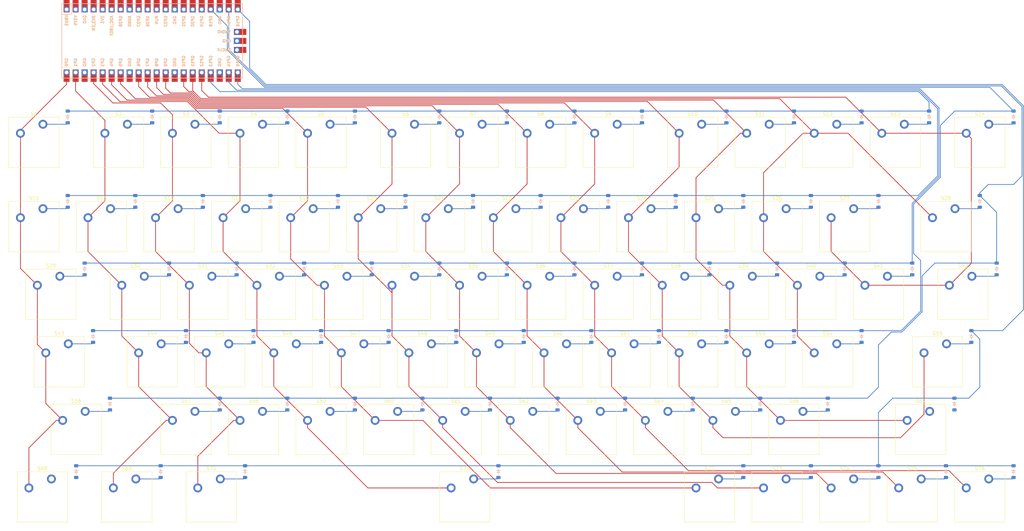
<source format=kicad_pcb>
(kicad_pcb (version 20240108) (generator "pcbnew") (generator_version "8.0")
  (layers (0 "F.Cu" signal) (31 "B.Cu" signal) (34 "B.Paste" user) (35 "F.Paste" user) (36 "B.SilkS" user "B.Silkscreen") (37 "F.SilkS" user "F.Silkscreen") (38 "B.Mask" user) (39 "F.Mask" user) (44 "Edge.Cuts" user))
  (net 0 "")
  (net 1 "R0")
  (net 2 "Net-(D1-A)")
  (net 3 "Net-(D2-A)")
  (net 4 "Net-(D3-A)")
  (net 5 "Net-(D4-A)")
  (net 6 "Net-(D5-A)")
  (net 7 "Net-(D6-A)")
  (net 8 "Net-(D7-A)")
  (net 9 "Net-(D8-A)")
  (net 10 "Net-(D9-A)")
  (net 11 "Net-(D10-A)")
  (net 12 "Net-(D11-A)")
  (net 13 "Net-(D12-A)")
  (net 14 "Net-(D13-A)")
  (net 15 "Net-(D14-A)")
  (net 16 "R3")
  (net 17 "Net-(D15-A)")
  (net 18 "R1")
  (net 19 "Net-(D16-A)")
  (net 20 "Net-(D17-A)")
  (net 21 "Net-(D18-A)")
  (net 22 "Net-(D19-A)")
  (net 23 "Net-(D20-A)")
  (net 24 "Net-(D21-A)")
  (net 25 "Net-(D22-A)")
  (net 26 "Net-(D23-A)")
  (net 27 "Net-(D24-A)")
  (net 28 "Net-(D25-A)")
  (net 29 "Net-(D26-A)")
  (net 30 "Net-(D27-A)")
  (net 31 "R4")
  (net 32 "Net-(D28-A)")
  (net 33 "R2")
  (net 34 "Net-(D29-A)")
  (net 35 "Net-(D30-A)")
  (net 36 "Net-(D31-A)")
  (net 37 "Net-(D32-A)")
  (net 38 "Net-(D33-A)")
  (net 39 "Net-(D34-A)")
  (net 40 "Net-(D35-A)")
  (net 41 "Net-(D36-A)")
  (net 42 "Net-(D37-A)")
  (net 43 "Net-(D38-A)")
  (net 44 "Net-(D39-A)")
  (net 45 "Net-(D40-A)")
  (net 46 "Net-(D41-A)")
  (net 47 "Net-(D42-A)")
  (net 48 "Net-(D43-A)")
  (net 49 "Net-(D44-A)")
  (net 50 "Net-(D45-A)")
  (net 51 "Net-(D46-A)")
  (net 52 "Net-(D47-A)")
  (net 53 "Net-(D48-A)")
  (net 54 "Net-(D49-A)")
  (net 55 "Net-(D50-A)")
  (net 56 "Net-(D51-A)")
  (net 57 "Net-(D52-A)")
  (net 58 "Net-(D53-A)")
  (net 59 "Net-(D54-A)")
  (net 60 "Net-(D55-A)")
  (net 61 "R5")
  (net 62 "Net-(D56-A)")
  (net 63 "Net-(D57-A)")
  (net 64 "Net-(D58-A)")
  (net 65 "Net-(D59-A)")
  (net 66 "Net-(D60-A)")
  (net 67 "Net-(D61-A)")
  (net 68 "Net-(D62-A)")
  (net 69 "Net-(D63-A)")
  (net 70 "Net-(D64-A)")
  (net 71 "Net-(D65-A)")
  (net 72 "Net-(D66-A)")
  (net 73 "Net-(D67-A)")
  (net 74 "Net-(D68-A)")
  (net 75 "Net-(D69-A)")
  (net 76 "Net-(D70-A)")
  (net 77 "Net-(D71-A)")
  (net 78 "Net-(D72-A)")
  (net 79 "Net-(D73-A)")
  (net 80 "Net-(D74-A)")
  (net 81 "Net-(D75-A)")
  (net 82 "Net-(D76-A)")
  (net 83 "C0")
  (net 84 "C1")
  (net 85 "C2")
  (net 86 "C3")
  (net 87 "C4")
  (net 88 "C5")
  (net 89 "C6")
  (net 90 "C7")
  (net 91 "C8")
  (net 92 "C9")
  (net 93 "C10")
  (net 94 "C11")
  (net 95 "C12")
  (footprint "ScottoKeebs_MX:MX_PCB_1.00u" (layer "F.Cu") (at 242.8875 180.975)
    (property "Reference" "S64")
    (property "Value" "Comma")
  )
  (footprint "ScottoKeebs_MX:MX_PCB_1.00u" (layer "F.Cu") (at 190.5 142.875)
    (property "Reference" "S35")
    (property "Value" "Y")
  )
  (footprint "ScottoKeebs_MX:MX_PCB_1.00u" (layer "F.Cu") (at 104.775 123.825)
    (property "Reference" "S17")
    (property "Value" "Num_2")
  )
  (footprint "ScottoKeebs_MX:MX_PCB_1.75u" (layer "F.Cu") (at 73.81875 161.925)
    (property "Reference" "S43")
    (property "Value" "Caps")
  )
  (footprint "ScottoKeebs_MX:MX_PCB_1.00u" (layer "F.Cu") (at 85.725 123.825)
    (property "Reference" "S16")
    (property "Value" "Num_1")
  )
  (footprint "ScottoKeebs_MX:MX_PCB_1.00u" (layer "F.Cu") (at 290.5125 161.925)
    (property "Reference" "S54")
    (property "Value" "Quote")
  )
  (footprint "ScottoKeebs_MX:MX_PCB_1.00u" (layer "F.Cu") (at 200.025 123.825)
    (property "Reference" "S22")
    (property "Value" "Num_7")
  )
  (footprint "ScottoKeebs_MX:MX_PCB_1.00u" (layer "F.Cu") (at 171.45 100.0125)
    (property "Reference" "S6")
    (property "Value" "F5")
  )
  (footprint "ScottoKeebs_MX:MX_PCB_1.00u" (layer "F.Cu") (at 119.0625 161.925)
    (property "Reference" "S45")
    (property "Value" "S")
  )
  (footprint "ScottoKeebs_MX:MX_PCB_1.00u" (layer "F.Cu") (at 209.55 100.0125)
    (property "Reference" "S8")
    (property "Value" "F7")
  )
  (footprint "ScottoKeebs_MX:MX_PCB_1.00u" (layer "F.Cu") (at 285.75 142.875)
    (property "Reference" "S40")
    (property "Value" "[")
  )
  (footprint "ScottoKeebs_MX:MX_PCB_1.00u" (layer "F.Cu") (at 195.2625 161.925)
    (property "Reference" "S49")
    (property "Value" "H")
  )
  (footprint "ScottoKeebs_MX:MX_PCB_1.00u" (layer "F.Cu") (at 295.275 123.825)
    (property "Reference" "S27")
    (property "Value" "Add")
  )
  (footprint "ScottoKeebs_MX:MX_PCB_1.00u" (layer "F.Cu") (at 90.4875 100.0125)
    (property "Reference" "S2")
    (property "Value" "F1")
  )
  (footprint "ScottoKeebs_MX:MX_PCB_1.00u" (layer "F.Cu") (at 66.675 123.825)
    (property "Reference" "S15")
    (property "Value" "Backtick")
  )
  (footprint "ScottoKeebs_MX:MX_PCB_1.25u" (layer "F.Cu") (at 116.68125 200.025)
    (property "Reference" "S70")
    (property "Value" "Alt")
  )
  (footprint "ScottoKeebs_MX:MX_PCB_1.00u" (layer "F.Cu") (at 295.275 200.025)
    (property "Reference" "S74")
    (property "Value" "Custom_2")
  )
  (footprint "ScottoKeebs_MX:MX_PCB_1.00u" (layer "F.Cu") (at 142.875 123.825)
    (property "Reference" "S19")
    (property "Value" "Num_4")
  )
  (footprint "ScottoKeebs_MX:MX_PCB_1.00u" (layer "F.Cu") (at 133.35 142.875)
    (property "Reference" "S32")
    (property "Value" "E")
  )
  (footprint "ScottoKeebs_MX:MX_PCB_1.50u" (layer "F.Cu") (at 71.4375 142.875)
    (property "Reference" "S29")
    (property "Value" "Tab")
  )
  (footprint "ScottoKeebs_MX:MX_PCB_1.00u" (layer "F.Cu") (at 66.675 100.0125)
    (property "Reference" "S1")
    (property "Value" "Esc")
  )
  (footprint "ScottoKeebs_MX:MX_PCB_1.50u" (layer "F.Cu") (at 328.6125 142.875)
    (property "Reference" "S42")
    (property "Value" "Pipe")
  )
  (footprint "ScottoKeebs_MX:MX_PCB_1.00u" (layer "F.Cu") (at 114.3 142.875)
    (property "Reference" "S31")
    (property "Value" "W")
  )
  (footprint "ScottoKeebs_MX:MX_PCB_1.00u" (layer "F.Cu") (at 109.5375 180.975)
    (property "Reference" "S57")
    (property "Value" "Z")
  )
  (footprint "ScottoKeebs_MX:MX_PCB_1.00u" (layer "F.Cu") (at 152.4 142.875)
    (property "Reference" "S33")
    (property "Value" "R")
  )
  (footprint "ScottoKeebs_MX:MX_PCB_1.00u" (layer "F.Cu") (at 280.9875 180.975)
    (property "Reference" "S66")
    (property "Value" "Slash")
  )
  (footprint "ScottoKeebs_MX:MX_PCB_2.25u" (layer "F.Cu") (at 78.58125 180.975)
    (property "Reference" "S56")
    (property "Value" "L.Shift")
  )
  (footprint "ScottoKeebs_MX:MX_PCB_1.00u" (layer "F.Cu") (at 166.6875 180.975)
    (property "Reference" "S60")
    (property "Value" "V")
  )
  (footprint "ScottoKeebs_MX:MX_PCB_1.00u" (layer "F.Cu") (at 128.5875 180.975)
    (property "Reference" "S58")
    (property "Value" "X")
  )
  (footprint "ScottoKeebs_MX:MX_PCB_1.00u" (layer "F.Cu") (at 204.7875 180.975)
    (property "Reference" "S62")
    (property "Value" "N")
  )
  (footprint "ScottoKeebs_MX:MX_PCB_1.25u" (layer "F.Cu") (at 92.86875 200.025)
    (property "Reference" "S69")
    (property "Value" "Super")
  )
  (footprint "ScottoKeebs_MX:MX_PCB_1.00u" (layer "F.Cu") (at 228.6 142.875)
    (property "Reference" "S37")
    (property "Value" "I")
  )
  (footprint "ScottoKeebs_MX:MX_PCB_6.25u" (layer "F.Cu") (at 188.11875 200.025)
    (property "Reference" "S71")
    (property "Value" "Space")
  )
  (footprint "ScottoKeebs_MX:MX_PCB_1.00u" (layer "F.Cu") (at 304.8 142.875)
    (property "Reference" "S41")
    (property "Value" "]")
  )
  (footprint "ScottoKeebs_MX:MX_PCB_1.00u" (layer "F.Cu") (at 214.3125 161.925)
    (property "Reference" "S50")
    (property "Value" "J")
  )
  (footprint "ScottoKeebs_MX:MX_PCB_1.00u" (layer "F.Cu") (at 219.075 123.825)
    (property "Reference" "S23")
    (property "Value" "Num_8")
  )
  (footprint "ScottoKeebs_MX:MX_PCB_1.00u" (layer "F.Cu") (at 109.5375 100.0125)
    (property "Reference" "S3")
    (property "Value" "F2")
  )
  (footprint "ScottoKeebs_MX:MX_PCB_1.00u" (layer "F.Cu") (at 252.4125 100.0125)
    (property "Reference" "S10")
    (property "Value" "F9")
  )
  (footprint "ScottoKeebs_MX:MX_PCB_1.00u" (layer "F.Cu") (at 147.6375 180.975)
    (property "Reference" "S59")
    (property "Value" "C")
  )
  (footprint "ScottoKeebs_MX:MX_PCB_1.00u" (layer "F.Cu") (at 309.5625 100.0125)
    (property "Reference" "S13")
    (property "Value" "F12")
  )
  (footprint "ScottoKeebs_MX:MX_PCB_1.00u" (layer "F.Cu") (at 138.1125 161.925)
    (property "Reference" "S46")
    (property "Value" "D")
  )
  (footprint "ScottoKeebs_MX:MX_PCB_1.00u" (layer "F.Cu") (at 333.375 200.025)
    (property "Reference" "S76")
    (property "Value" "Custom_4")
  )
  (footprint "ScottoKeebs_MX:MX_PCB_1.00u" (layer "F.Cu") (at 261.9375 180.975)
    (property "Reference" "S65")
    (property "Value" "Period")
  )
  (footprint "ScottoKeebs_MX:MX_PCB_1.00u" (layer "F.Cu") (at 314.325 200.025)
    (property "Reference" "S75")
    (property "Value" "Custom_3")
  )
  (footprint "ScottoKeebs_MX:MX_PCB_1.00u" (layer "F.Cu") (at 271.4625 161.925)
    (property "Reference" "S53")
    (property "Value" "Semicolon")
  )
  (footprint "ScottoKeebs_MX:MX_PCB_1.00u" (layer "F.Cu") (at 128.5875 100.0125)
    (property "Reference" "S4")
    (property "Value" "F3")
  )
  (footprint "ScottoKeebs_MX:MX_PCB_1.00u" (layer "F.Cu") (at 157.1625 161.925)
    (property "Reference" "S47")
    (property "Value" "F")
  )
  (footprint "ScottoKeebs_MX:MX_PCB_1.00u" (layer "F.Cu") (at 276.225 200.025)
    (property "Reference" "S73")
    (property "Value" "Custom_1")
  )
  (footprint "ScottoKeebs_MX:MX_PCB_1.00u" (layer "F.Cu") (at 333.375 100.0125)
    (property "Reference" "S14")
    (property "Value" "Del")
  )
  (footprint "ScottoKeebs_MX:MX_PCB_1.25u" (layer "F.Cu") (at 69.05625 200.025)
    (property "Reference" "S68")
    (property "Value" "Ctrl")
  )
  (footprint "ScottoKeebs_MX:MX_PCB_1.00u" (layer "F.Cu") (at 190.5 100.0125)
    (property "Reference" "S7")
    (property "Value" "F6")
  )
  (footprint "ScottoKeebs_MX:MX_PCB_1.00u" (layer "F.Cu") (at 180.975 123.825)
    (property "Reference" "S21")
    (property "Value" "Num_6")
  )
  (footprint "ScottoKeebs_MX:MX_PCB_1.00u" (layer "F.Cu") (at 95.25 142.875)
    (property "Reference" "S30")
    (property "Value" "Q")
  )
  (footprint "ScottoKeebs_MX:MX_PCB_2.00u" (layer "F.Cu") (at 323.85 123.825)
    (property "Reference" "S28")
    (property "Value" "Backspace")
  )
  (footprint "ScottoKeebs_MX:MX_PCB_1.00u" (layer "F.Cu") (at 247.65 142.875)
    (property "Reference" "S38")
    (property "Value" "O")
  )
  (footprint "ScottoKeebs_MX:MX_PCB_1.00u" (layer "F.Cu") (at 238.125 123.825)
    (property "Reference" "S24")
    (property "Value" "Num_9")
  )
  (footprint "ScottoKeebs_MX:MX_PCB_1.00u" (layer "F.Cu") (at 100.0125 161.925)
    (property "Reference" "S44")
    (property "Value" "A")
  )
  (footprint "ScottoKeebs_MX:MX_PCB_1.00u" (layer "F.Cu") (at 228.6 100.0125)
    (property "Reference" "S9")
    (property "Value" "F8")
  )
  (footprint "ScottoKeebs_MX:MX_PCB_1.00u" (layer "F.Cu") (at 257.175 123.825)
    (property "Reference" "S25")
    (property "Value" "Num_0")
  )
  (footprint "ScottoKeebs_MX:MX_PCB_1.00u" (layer "F.Cu") (at 257.175 200.025)
    (property "Reference" "S72")
    (property "Value" "Fn")
  )
  (footprint "ScottoKeebs_MCU:Raspberry_Pi_Pico" (layer "F.Cu") (at 100.0125 71.4375 90)
    (property "Reference" "U1" (hide yes))
    (property "Value" "Raspberry_Pi_Pico" (hide yes))
  )
  (footprint "ScottoKeebs_MX:MX_PCB_1.00u" (layer "F.Cu") (at 209.55 142.875)
    (property "Reference" "S36")
    (property "Value" "U")
  )
  (footprint "ScottoKeebs_MX:MX_PCB_1.00u" (layer "F.Cu") (at 266.7 142.875)
    (property "Reference" "S39")
    (property "Value" "P")
  )
  (footprint "ScottoKeebs_MX:MX_PCB_1.00u" (layer "F.Cu") (at 233.3625 161.925)
    (property "Reference" "S51")
    (property "Value" "K")
  )
  (footprint "ScottoKeebs_MX:MX_PCB_1.00u" (layer "F.Cu") (at 271.4625 100.0125)
    (property "Reference" "S11")
    (property "Value" "F10")
  )
  (footprint "ScottoKeebs_MX:MX_PCB_1.00u" (layer "F.Cu") (at 223.8375 180.975)
    (property "Reference" "S63")
    (property "Value" "M")
  )
  (footprint "ScottoKeebs_MX:MX_PCB_1.00u" (layer "F.Cu") (at 252.4125 161.925)
    (property "Reference" "S52")
    (property "Value" "L")
  )
  (footprint "ScottoKeebs_MX:MX_PCB_1.00u" (layer "F.Cu") (at 147.6375 100.0125)
    (property "Reference" "S5")
    (property "Value" "F4")
  )
  (footprint "ScottoKeebs_MX:MX_PCB_2.75u" (layer "F.Cu") (at 316.70625 180.975)
    (property "Reference" "S67")
    (property "Value" "R.Shift")
  )
  (footprint "ScottoKeebs_MX:MX_PCB_1.00u" (layer "F.Cu") (at 185.7375 180.975)
    (property "Reference" "S61")
    (property "Value" "B")
  )
  (footprint "ScottoKeebs_MX:MX_PCB_2.25u" (layer "F.Cu") (at 321.46875 161.925)
    (property "Reference" "S55")
    (property "Value" "Enter")
  )
  (footprint "ScottoKeebs_MX:MX_PCB_1.00u" (layer "F.Cu") (at 276.225 123.825)
    (property "Reference" "S26")
    (property "Value" "Minus")
  )
  (footprint "ScottoKeebs_MX:MX_PCB_1.00u" (layer "F.Cu") (at 171.45 142.875)
    (property "Reference" "S34")
    (property "Value" "T")
  )
  (footprint "ScottoKeebs_MX:MX_PCB_1.00u" (layer "F.Cu") (at 123.825 123.825)
    (property "Reference" "S18")
    (property "Value" "Num_3")
  )
  (footprint "ScottoKeebs_MX:MX_PCB_1.00u" (layer "F.Cu") (at 161.925 123.825)
    (property "Reference" "S20")
    (property "Value" "Num_5")
  )
  (footprint "ScottoKeebs_MX:MX_PCB_1.00u" (layer "F.Cu") (at 176.2125 161.925)
    (property "Reference" "S48")
    (property "Value" "G")
  )
  (footprint "ScottoKeebs_MX:MX_PCB_1.00u" (layer "F.Cu") (at 290.5125 100.0125)
    (property "Reference" "S12")
    (property "Value" "F11")
  )
  (footprint "ScottoKeebs_Components:Diode_SOD-123" (layer "B.Cu") (at 333.375 116.68125 -90)
    (property "Reference" "D28" (hide yes))
    (property "Value" "Diode")
  )
  (footprint "ScottoKeebs_Components:Diode_SOD-123" (layer "B.Cu") (at 157.1625 92.86875 -90)
    (property "Reference" "D5" (hide yes))
    (property "Value" "Diode")
  )
  (footprint "ScottoKeebs_Components:Diode_SOD-123" (layer "B.Cu") (at 314.325 135.73125 -90)
    (property "Reference" "D41" (hide yes))
    (property "Value" "Diode")
  )
  (footprint "ScottoKeebs_Components:Diode_SOD-123" (layer "B.Cu") (at 152.4 116.68125 -90)
    (property "Reference" "D19" (hide yes))
    (property "Value" "Diode")
  )
  (footprint "ScottoKeebs_Components:Diode_SOD-123" (layer "B.Cu") (at 300.0375 92.86875 -90)
    (property "Reference" "D12" (hide yes))
    (property "Value" "Diode")
  )
  (footprint "ScottoKeebs_Components:Diode_SOD-123" (layer "B.Cu") (at 342.9 192.88125 -90)
    (property "Reference" "D76" (hide yes))
    (property "Value" "Diode")
  )
  (footprint "ScottoKeebs_Components:Diode_SOD-123" (layer "B.Cu") (at 214.3125 173.83125 -90)
    (property "Reference" "D62" (hide yes))
    (property "Value" "Diode")
  )
  (footprint "ScottoKeebs_Components:Diode_SOD-123" (layer "B.Cu") (at 138.1125 173.83125 -90)
    (property "Reference" "D58" (hide yes))
    (property "Value" "Diode")
  )
  (footprint "ScottoKeebs_Components:Diode_SOD-123" (layer "B.Cu") (at 247.65 116.68125 -90)
    (property "Reference" "D24" (hide yes))
    (property "Value" "Diode")
  )
  (footprint "ScottoKeebs_Components:Diode_SOD-123" (layer "B.Cu") (at 238.125 135.73125 -90)
    (property "Reference" "D37" (hide yes))
    (property "Value" "Diode")
  )
  (footprint "ScottoKeebs_Components:Diode_SOD-123" (layer "B.Cu") (at 219.075 92.86875 -90)
    (property "Reference" "D8" (hide yes))
    (property "Value" "Diode")
  )
  (footprint "ScottoKeebs_Components:Diode_SOD-123" (layer "B.Cu") (at 109.5375 154.78125 -90)
    (property "Reference" "D44" (hide yes))
    (property "Value" "Diode")
  )
  (footprint "ScottoKeebs_Components:Diode_SOD-123" (layer "B.Cu") (at 126.20625 192.88125 -90)
    (property "Reference" "D70" (hide yes))
    (property "Value" "Diode")
  )
  (footprint "ScottoKeebs_Components:Diode_SOD-123" (layer "B.Cu") (at 266.7 192.88125 -90)
    (property "Reference" "D72" (hide yes))
    (property "Value" "Diode")
  )
  (footprint "ScottoKeebs_Components:Diode_SOD-123" (layer "B.Cu") (at 119.0625 92.86875 -90)
    (property "Reference" "D3" (hide yes))
    (property "Value" "Diode")
  )
  (footprint "ScottoKeebs_Components:Diode_SOD-123" (layer "B.Cu") (at 219.075 135.73125 -90)
    (property "Reference" "D36" (hide yes))
    (property "Value" "Diode")
  )
  (footprint "ScottoKeebs_Components:Diode_SOD-123" (layer "B.Cu") (at 204.7875 154.78125 -90)
    (property "Reference" "D49" (hide yes))
    (property "Value" "Diode")
  )
  (footprint "ScottoKeebs_Components:Diode_SOD-123" (layer "B.Cu") (at 330.99375 154.78125 -90)
    (property "Reference" "D55" (hide yes))
    (property "Value" "Diode")
  )
  (footprint "ScottoKeebs_Components:Diode_SOD-123" (layer "B.Cu") (at 326.23125 173.83125 -90)
    (property "Reference" "D67" (hide yes))
    (property "Value" "Diode")
  )
  (footprint "ScottoKeebs_Components:Diode_SOD-123" (layer "B.Cu") (at 257.175 135.73125 -90)
    (property "Reference" "D38" (hide yes))
    (property "Value" "Diode")
  )
  (footprint "ScottoKeebs_Components:Diode_SOD-123" (layer "B.Cu") (at 290.5125 173.83125 -90)
    (property "Reference" "D66" (hide yes))
    (property "Value" "Diode")
  )
  (footprint "ScottoKeebs_Components:Diode_SOD-123" (layer "B.Cu") (at 276.225 135.73125 -90)
    (property "Reference" "D39" (hide yes))
    (property "Value" "Diode")
  )
  (footprint "ScottoKeebs_Components:Diode_SOD-123" (layer "B.Cu") (at 280.9875 154.78125 -90)
    (property "Reference" "D53" (hide yes))
    (property "Value" "Diode")
  )
  (footprint "ScottoKeebs_Components:Diode_SOD-123" (layer "B.Cu") (at 180.975 92.86875 -90)
    (property "Reference" "D6" (hide yes))
    (property "Value" "Diode")
  )
  (footprint "ScottoKeebs_Components:Diode_SOD-123" (layer "B.Cu") (at 166.6875 154.78125 -90)
    (property "Reference" "D47" (hide yes))
    (property "Value" "Diode")
  )
  (footprint "ScottoKeebs_Components:Diode_SOD-123" (layer "B.Cu") (at 123.825 135.73125 -90)
    (property "Reference" "D31" (hide yes))
    (property "Value" "Diode")
  )
  (footprint "ScottoKeebs_Components:Diode_SOD-123" (layer "B.Cu") (at 209.55 116.68125 -90)
    (property "Reference" "D22" (hide yes))
    (property "Value" "Diode")
  )
  (footprint "ScottoKeebs_Components:Diode_SOD-123" (layer "B.Cu") (at 261.9375 92.86875 -90)
    (property "Reference" "D10" (hide yes))
    (property "Value" "Diode")
  )
  (footprint "ScottoKeebs_Components:Diode_SOD-123" (layer "B.Cu") (at 195.2625 173.83125 -90)
    (property "Reference" "D61" (hide yes))
    (property "Value" "Diode")
  )
  (footprint "ScottoKeebs_Components:Diode_SOD-123" (layer "B.Cu") (at 80.9625 135.73125 -90)
    (property "Reference" "D29" (hide yes))
    (property "Value" "Diode")
  )
  (footprint "ScottoKeebs_Components:Diode_SOD-123" (layer "B.Cu") (at 271.4625 173.83125 -90)
    (property "Reference" "D65" (hide yes))
    (property "Value" "Diode")
  )
  (footprint "ScottoKeebs_Components:Diode_SOD-123" (layer "B.Cu") (at 252.4125 173.83125 -90)
    (property "Reference" "D64" (hide yes))
    (property "Value" "Diode")
  )
  (footprint "ScottoKeebs_Components:Diode_SOD-123" (layer "B.Cu") (at 242.8875 154.78125 -90)
    (property "Reference" "D51" (hide yes))
    (property "Value" "Diode")
  )
  (footprint "ScottoKeebs_Components:Diode_SOD-123" (layer "B.Cu") (at 285.75 192.88125 -90)
    (property "Reference" "D73" (hide yes))
    (property "Value" "Diode")
  )
  (footprint "ScottoKeebs_Components:Diode_SOD-123" (layer "B.Cu") (at 157.1625 173.83125 -90)
    (property "Reference" "D59" (hide yes))
    (property "Value" "Diode")
  )
  (footprint "ScottoKeebs_Components:Diode_SOD-123" (layer "B.Cu") (at 295.275 135.73125 -90)
    (property "Reference" "D40" (hide yes))
    (property "Value" "Diode")
  )
  (footprint "ScottoKeebs_Components:Diode_SOD-123" (layer "B.Cu") (at 176.2125 173.83125 -90)
    (property "Reference" "D60" (hide yes))
    (property "Value" "Diode")
  )
  (footprint "ScottoKeebs_Components:Diode_SOD-123" (layer "B.Cu") (at 200.025 135.73125 -90)
    (property "Reference" "D35" (hide yes))
    (property "Value" "Diode")
  )
  (footprint "ScottoKeebs_Components:Diode_SOD-123" (layer "B.Cu") (at 300.0375 154.78125 -90)
    (property "Reference" "D54" (hide yes))
    (property "Value" "Diode")
  )
  (footprint "ScottoKeebs_Components:Diode_SOD-123" (layer "B.Cu") (at 100.0125 92.86875 -90)
    (property "Reference" "D2" (hide yes))
    (property "Value" "Diode")
  )
  (footprint "ScottoKeebs_Components:Diode_SOD-123" (layer "B.Cu") (at 197.64375 192.88125 -90)
    (property "Reference" "D71" (hide yes))
    (property "Value" "Diode")
  )
  (footprint "ScottoKeebs_Components:Diode_SOD-123" (layer "B.Cu") (at 319.0875 92.86875 -90)
    (property "Reference" "D13" (hide yes))
    (property "Value" "Diode")
  )
  (footprint "ScottoKeebs_Components:Diode_SOD-123" (layer "B.Cu") (at 233.3625 173.83125 -90)
    (property "Reference" "D63" (hide yes))
    (property "Value" "Diode")
  )
  (footprint "ScottoKeebs_Components:Diode_SOD-123" (layer "B.Cu") (at 104.775 135.73125 -90)
    (property "Reference" "D30" (hide yes))
    (property "Value" "Diode")
  )
  (footprint "ScottoKeebs_Components:Diode_SOD-123" (layer "B.Cu") (at 261.9375 154.78125 -90)
    (property "Reference" "D52" (hide yes))
    (property "Value" "Diode")
  )
  (footprint "ScottoKeebs_Components:Diode_SOD-123" (layer "B.Cu") (at 185.7375 154.78125 -90)
    (property "Reference" "D48" (hide yes))
    (property "Value" "Diode")
  )
  (footprint "ScottoKeebs_Components:Diode_SOD-123" (layer "B.Cu") (at 95.25 116.68125 -90)
    (property "Reference" "D16" (hide yes))
    (property "Value" "Diode")
  )
  (footprint "ScottoKeebs_Components:Diode_SOD-123" (layer "B.Cu") (at 342.9 92.86875 -90)
    (property "Reference" "D14" (hide yes))
    (property "Value" "Diode")
  )
  (footprint "ScottoKeebs_Components:Diode_SOD-123" (layer "B.Cu") (at 304.8 116.68125 -90)
    (property "Reference" "D27" (hide yes))
    (property "Value" "Diode")
  )
  (footprint "ScottoKeebs_Components:Diode_SOD-123" (layer "B.Cu") (at 238.125 92.86875 -90)
    (property "Reference" "D9" (hide yes))
    (property "Value" "Diode")
  )
  (footprint "ScottoKeebs_Components:Diode_SOD-123" (layer "B.Cu") (at 161.925 135.73125 -90)
    (property "Reference" "D33" (hide yes))
    (property "Value" "Diode")
  )
  (footprint "ScottoKeebs_Components:Diode_SOD-123" (layer "B.Cu") (at 147.6375 154.78125 -90)
    (property "Reference" "D46" (hide yes))
    (property "Value" "Diode")
  )
  (footprint "ScottoKeebs_Components:Diode_SOD-123" (layer "B.Cu") (at 133.35 116.68125 -90)
    (property "Reference" "D18" (hide yes))
    (property "Value" "Diode")
  )
  (footprint "ScottoKeebs_Components:Diode_SOD-123" (layer "B.Cu") (at 266.7 116.68125 -90)
    (property "Reference" "D25" (hide yes))
    (property "Value" "Diode")
  )
  (footprint "ScottoKeebs_Components:Diode_SOD-123" (layer "B.Cu") (at 142.875 135.73125 -90)
    (property "Reference" "D32" (hide yes))
    (property "Value" "Diode")
  )
  (footprint "ScottoKeebs_Components:Diode_SOD-123" (layer "B.Cu") (at 83.34375 154.78125 -90)
    (property "Reference" "D43" (hide yes))
    (property "Value" "Diode")
  )
  (footprint "ScottoKeebs_Components:Diode_SOD-123" (layer "B.Cu") (at 200.025 92.86875 -90)
    (property "Reference" "D7" (hide yes))
    (property "Value" "Diode")
  )
  (footprint "ScottoKeebs_Components:Diode_SOD-123" (layer "B.Cu") (at 119.0625 173.83125 -90)
    (property "Reference" "D57" (hide yes))
    (property "Value" "Diode")
  )
  (footprint "ScottoKeebs_Components:Diode_SOD-123" (layer "B.Cu") (at 304.8 192.88125 -90)
    (property "Reference" "D74" (hide yes))
    (property "Value" "Diode")
  )
  (footprint "ScottoKeebs_Components:Diode_SOD-123" (layer "B.Cu") (at 338.1375 135.73125 -90)
    (property "Reference" "D42" (hide yes))
    (property "Value" "Diode")
  )
  (footprint "ScottoKeebs_Components:Diode_SOD-123" (layer "B.Cu") (at 76.2 116.68125 -90)
    (property "Reference" "D15" (hide yes))
    (property "Value" "Diode")
  )
  (footprint "ScottoKeebs_Components:Diode_SOD-123" (layer "B.Cu") (at 88.10625 173.83125 -90)
    (property "Reference" "D56" (hide yes))
    (property "Value" "Diode")
  )
  (footprint "ScottoKeebs_Components:Diode_SOD-123" (layer "B.Cu") (at 138.1125 92.86875 -90)
    (property "Reference" "D4" (hide yes))
    (property "Value" "Diode")
  )
  (footprint "ScottoKeebs_Components:Diode_SOD-123" (layer "B.Cu") (at 180.975 135.73125 -90)
    (property "Reference" "D34" (hide yes))
    (property "Value" "Diode")
  )
  (footprint "ScottoKeebs_Components:Diode_SOD-123" (layer "B.Cu") (at 171.45 116.68125 -90)
    (property "Reference" "D20" (hide yes))
    (property "Value" "Diode")
  )
  (footprint "ScottoKeebs_Components:Diode_SOD-123" (layer "B.Cu") (at 280.9875 92.86875 -90)
    (property "Reference" "D11" (hide yes))
    (property "Value" "Diode")
  )
  (footprint "ScottoKeebs_Components:Diode_SOD-123" (layer "B.Cu") (at 228.6 116.68125 -90)
    (property "Reference" "D23" (hide yes))
    (property "Value" "Diode")
  )
  (footprint "ScottoKeebs_Components:Diode_SOD-123" (layer "B.Cu") (at 190.5 116.68125 -90)
    (property "Reference" "D21" (hide yes))
    (property "Value" "Diode")
  )
  (footprint "ScottoKeebs_Components:Diode_SOD-123" (layer "B.Cu") (at 76.2 92.86875 -90)
    (property "Reference" "D1" (hide yes))
    (property "Value" "Diode")
  )
  (footprint "ScottoKeebs_Components:Diode_SOD-123" (layer "B.Cu") (at 78.58125 192.88125 -90)
    (property "Reference" "D68" (hide yes))
    (property "Value" "Diode")
  )
  (footprint "ScottoKeebs_Components:Diode_SOD-123" (layer "B.Cu") (at 128.5875 154.78125 -90)
    (property "Reference" "D45" (hide yes))
    (property "Value" "Diode")
  )
  (footprint "ScottoKeebs_Components:Diode_SOD-123" (layer "B.Cu") (at 102.39375 192.88125 -90)
    (property "Reference" "D69" (hide yes))
    (property "Value" "Diode")
  )
  (footprint "ScottoKeebs_Components:Diode_SOD-123" (layer "B.Cu") (at 285.75 116.68125 -90)
    (property "Reference" "D26" (hide yes))
    (property "Value" "Diode")
  )
  (footprint "ScottoKeebs_Components:Diode_SOD-123" (layer "B.Cu") (at 114.3 116.68125 -90)
    (property "Reference" "D17" (hide yes))
    (property "Value" "Diode")
  )
  (footprint "ScottoKeebs_Components:Diode_SOD-123" (layer "B.Cu") (at 223.8375 154.78125 -90)
    (property "Reference" "D50" (hide yes))
    (property "Value" "Diode")
  )
  (footprint "ScottoKeebs_Components:Diode_SOD-123" (layer "B.Cu") (at 323.85 192.88125 -90)
    (property "Reference" "D75" (hide yes))
    (property "Value" "Diode")
  )
  (segment (start 316.140564 85.725) (end 119.0625 85.725) (width 0.2) (layer "B.Cu") (net 1))
  (segment (start 76.2 91.21875) (end 319.0875 91.21875) (width 0.2) (layer "B.Cu") (net 1))
  (segment (start 116.5225 83.185) (end 116.5225 80.3275) (width 0.2) (layer "B.Cu") (net 1))
  (segment (start 319.0875 91.21875) (end 319.0875 88.671936) (width 0.2) (layer "B.Cu") (net 1))
  (segment (start 119.0625 85.725) (end 116.5225 83.185) (width 0.2) (layer "B.Cu") (net 1))
  (segment (start 319.0875 88.671936) (end 316.140564 85.725) (width 0.2) (layer "B.Cu") (net 1))
  (segment (start 69.215 94.9325) (end 75.78625 94.9325) (width 0.2) (layer "B.Cu") (net 2))
  (segment (start 75.78625 94.9325) (end 76.2 94.51875) (width 0.2) (layer "B.Cu") (net 2))
  (segment (start 99.59875 94.9325) (end 100.0125 94.51875) (width 0.2) (layer "B.Cu") (net 3))
  (segment (start 93.0275 94.9325) (end 99.59875 94.9325) (width 0.2) (layer "B.Cu") (net 3))
  (segment (start 112.0775 94.9325) (end 118.64875 94.9325) (width 0.2) (layer "B.Cu") (net 4))
  (segment (start 118.64875 94.9325) (end 119.0625 94.51875) (width 0.2) (layer "B.Cu") (net 4))
  (segment (start 131.1275 94.9325) (end 137.69875 94.9325) (width 0.2) (layer "B.Cu") (net 5))
  (segment (start 137.69875 94.9325) (end 138.1125 94.51875) (width 0.2) (layer "B.Cu") (net 5))
  (segment (start 150.1775 94.9325) (end 156.74875 94.9325) (width 0.2) (layer "B.Cu") (net 6))
  (segment (start 156.74875 94.9325) (end 157.1625 94.51875) (width 0.2) (layer "B.Cu") (net 6))
  (segment (start 173.99 94.9325) (end 180.56125 94.9325) (width 0.2) (layer "B.Cu") (net 7))
  (segment (start 180.56125 94.9325) (end 180.975 94.51875) (width 0.2) (layer "B.Cu") (net 7))
  (segment (start 193.04 94.9325) (end 199.61125 94.9325) (width 0.2) (layer "B.Cu") (net 8))
  (segment (start 199.61125 94.9325) (end 200.025 94.51875) (width 0.2) (layer "B.Cu") (net 8))
  (segment (start 212.09 94.9325) (end 218.66125 94.9325) (width 0.2) (layer "B.Cu") (net 9))
  (segment (start 218.66125 94.9325) (end 219.075 94.51875) (width 0.2) (layer "B.Cu") (net 9))
  (segment (start 231.14 94.9325) (end 237.71125 94.9325) (width 0.2) (layer "B.Cu") (net 10))
  (segment (start 237.71125 94.9325) (end 238.125 94.51875) (width 0.2) (layer "B.Cu") (net 10))
  (segment (start 261.52375 94.9325) (end 261.9375 94.51875) (width 0.2) (layer "B.Cu") (net 11))
  (segment (start 254.9525 94.9325) (end 261.52375 94.9325) (width 0.2) (layer "B.Cu") (net 11))
  (segment (start 274.0025 94.9325) (end 280.57375 94.9325) (width 0.2) (layer "B.Cu") (net 12))
  (segment (start 280.57375 94.9325) (end 280.9875 94.51875) (width 0.2) (layer "B.Cu") (net 12))
  (segment (start 293.0525 94.9325) (end 299.62375 94.9325) (width 0.2) (layer "B.Cu") (net 13))
  (segment (start 299.62375 94.9325) (end 300.0375 94.51875) (width 0.2) (layer "B.Cu") (net 13))
  (segment (start 318.67375 94.9325) (end 319.0875 94.51875) (width 0.2) (layer "B.Cu") (net 14))
  (segment (start 312.1025 94.9325) (end 318.67375 94.9325) (width 0.2) (layer "B.Cu") (net 14))
  (segment (start 335.915 94.9325) (end 342.48625 94.9325) (width 0.2) (layer "B.Cu") (net 15))
  (segment (start 342.48625 94.9325) (end 342.9 94.51875) (width 0.2) (layer "B.Cu") (net 15))
  (segment (start 116.5225 62.5475) (end 121.2025 67.2275) (width 0.2) (layer "B.Cu") (net 16))
  (segment (start 83.34375 153.13125) (end 300.0375 153.13125) (width 0.2) (layer "B.Cu") (net 16))
  (segment (start 316.70625 147.6375) (end 316.70625 133.35) (width 0.2) (layer "B.Cu") (net 16))
  (segment (start 336.20625 84.525) (end 342.9 91.21875) (width 0.2) (layer "B.Cu") (net 16))
  (segment (start 131.742157 84.525) (end 336.20625 84.525) (width 0.2) (layer "B.Cu") (net 16))
  (segment (start 300.0375 153.13125) (end 311.2125 153.13125) (width 0.2) (layer "B.Cu") (net 16))
  (segment (start 121.2025 73.985343) (end 131.742157 84.525) (width 0.2) (layer "B.Cu") (net 16))
  (segment (start 311.2125 153.13125) (end 316.70625 147.6375) (width 0.2) (layer "B.Cu") (net 16))
  (segment (start 322.26875 109.868872) (end 322.26875 95.25) (width 0.2) (layer "B.Cu") (net 16))
  (segment (start 322.26875 95.25) (end 326.3 91.21875) (width 0.2) (layer "B.Cu") (net 16))
  (segment (start 121.2025 67.2275) (end 121.2025 73.985343) (width 0.2) (layer "B.Cu") (net 16))
  (segment (start 316.70625 133.35) (end 314.725 131.36875) (width 0.2) (layer "B.Cu") (net 16))
  (segment (start 314.725 131.36875) (end 314.725 117.412622) (width 0.2) (layer "B.Cu") (net 16))
  (segment (start 314.725 117.412622) (end 322.26875 109.868872) (width 0.2) (layer "B.Cu") (net 16))
  (segment (start 326.3 91.21875) (end 342.9 91.21875) (width 0.2) (layer "B.Cu") (net 16))
  (segment (start 69.215 118.745) (end 75.78625 118.745) (width 0.2) (layer "B.Cu") (net 17))
  (segment (start 75.78625 118.745) (end 76.2 118.33125) (width 0.2) (layer "B.Cu") (net 17))
  (segment (start 315.975 115.03125) (end 304.8 115.03125) (width 0.2) (layer "B.Cu") (net 18))
  (segment (start 321.46875 109.5375) (end 315.975 115.03125) (width 0.2) (layer "B.Cu") (net 18))
  (segment (start 321.46875 90.4875) (end 321.46875 109.5375) (width 0.2) (layer "B.Cu") (net 18))
  (segment (start 121.6025 83.105626) (end 123.821874 85.325) (width 0.2) (layer "B.Cu") (net 18))
  (segment (start 316.30625 85.325) (end 321.46875 90.4875) (width 0.2) (layer "B.Cu") (net 18))
  (segment (start 123.821874 85.325) (end 316.30625 85.325) (width 0.2) (layer "B.Cu") (net 18))
  (segment (start 121.6025 80.3275) (end 121.6025 83.105626) (width 0.2) (layer "B.Cu") (net 18))
  (segment (start 76.2 115.03125) (end 304.8 115.03125) (width 0.2) (layer "B.Cu") (net 18))
  (segment (start 88.265 118.745) (end 94.83625 118.745) (width 0.2) (layer "B.Cu") (net 19))
  (segment (start 94.83625 118.745) (end 95.25 118.33125) (width 0.2) (layer "B.Cu") (net 19))
  (segment (start 113.88625 118.745) (end 114.3 118.33125) (width 0.2) (layer "B.Cu") (net 20))
  (segment (start 107.315 118.745) (end 113.88625 118.745) (width 0.2) (layer "B.Cu") (net 20))
  (segment (start 126.365 118.745) (end 132.93625 118.745) (width 0.2) (layer "B.Cu") (net 21))
  (segment (start 132.93625 118.745) (end 133.35 118.33125) (width 0.2) (layer "B.Cu") (net 21))
  (segment (start 151.98625 118.745) (end 152.4 118.33125) (width 0.2) (layer "B.Cu") (net 22))
  (segment (start 145.415 118.745) (end 151.98625 118.745) (width 0.2) (layer "B.Cu") (net 22))
  (segment (start 171.03625 118.745) (end 171.45 118.33125) (width 0.2) (layer "B.Cu") (net 23))
  (segment (start 164.465 118.745) (end 171.03625 118.745) (width 0.2) (layer "B.Cu") (net 23))
  (segment (start 190.08625 118.745) (end 190.5 118.33125) (width 0.2) (layer "B.Cu") (net 24))
  (segment (start 183.515 118.745) (end 190.08625 118.745) (width 0.2) (layer "B.Cu") (net 24))
  (segment (start 209.13625 118.745) (end 209.55 118.33125) (width 0.2) (layer "B.Cu") (net 25))
  (segment (start 202.565 118.745) (end 209.13625 118.745) (width 0.2) (layer "B.Cu") (net 25))
  (segment (start 221.615 118.745) (end 228.18625 118.745) (width 0.2) (layer "B.Cu") (net 26))
  (segment (start 228.18625 118.745) (end 228.6 118.33125) (width 0.2) (layer "B.Cu") (net 26))
  (segment (start 247.23625 118.745) (end 247.65 118.33125) (width 0.2) (layer "B.Cu") (net 27))
  (segment (start 240.665 118.745) (end 247.23625 118.745) (width 0.2) (layer "B.Cu") (net 27))
  (segment (start 266.28625 118.745) (end 266.7 118.33125) (width 0.2) (layer "B.Cu") (net 28))
  (segment (start 259.715 118.745) (end 266.28625 118.745) (width 0.2) (layer "B.Cu") (net 28))
  (segment (start 285.33625 118.745) (end 285.75 118.33125) (width 0.2) (layer "B.Cu") (net 29))
  (segment (start 278.765 118.745) (end 285.33625 118.745) (width 0.2) (layer "B.Cu") (net 29))
  (segment (start 297.815 118.745) (end 304.38625 118.745) (width 0.2) (layer "B.Cu") (net 30))
  (segment (start 304.38625 118.745) (end 304.8 118.33125) (width 0.2) (layer "B.Cu") (net 30))
  (segment (start 311.378186 153.53125) (end 317.10625 147.803186) (width 0.2) (layer "B.Cu") (net 31))
  (segment (start 304.8 157.1625) (end 308.43125 153.53125) (width 0.2) (layer "B.Cu") (net 31))
  (segment (start 345.28125 89.921814) (end 345.28125 109.5375) (width 0.2) (layer "B.Cu") (net 31))
  (segment (start 317.10625 137.7125) (end 320.7375 134.08125) (width 0.2) (layer "B.Cu") (net 31))
  (segment (start 345.28125 109.5375) (end 342.9 111.91875) (width 0.2) (layer "B.Cu") (net 31))
  (segment (start 320.7375 134.08125) (end 338.1375 134.08125) (width 0.2) (layer "B.Cu") (net 31))
  (segment (start 121.6025 73.819657) (end 131.907843 84.125) (width 0.2) (layer "B.Cu") (net 31))
  (segment (start 333.375 114.3) (end 333.375 115.03125) (width 0.2) (layer "B.Cu") (net 31))
  (segment (start 121.6025 62.5475) (end 121.6025 73.819657) (width 0.2) (layer "B.Cu") (net 31))
  (segment (start 335.75625 111.91875) (end 333.375 114.3) (width 0.2) (layer "B.Cu") (net 31))
  (segment (start 338.1375 119.79375) (end 338.1375 134.08125) (width 0.2) (layer "B.Cu") (net 31))
  (segment (start 301.6875 172.18125) (end 304.8 169.06875) (width 0.2) (layer "B.Cu") (net 31))
  (segment (start 333.375 115.03125) (end 338.1375 119.79375) (width 0.2) (layer "B.Cu") (net 31))
  (segment (start 88.10625 172.18125) (end 290.5125 172.18125) (width 0.2) (layer "B.Cu") (net 31))
  (segment (start 308.43125 153.53125) (end 311.378186 153.53125) (width 0.2) (layer "B.Cu") (net 31))
  (segment (start 339.484436 84.125) (end 345.28125 89.921814) (width 0.2) (layer "B.Cu") (net 31))
  (segment (start 317.10625 147.803186) (end 317.10625 137.7125) (width 0.2) (layer "B.Cu") (net 31))
  (segment (start 131.907843 84.125) (end 339.484436 84.125) (width 0.2) (layer "B.Cu") (net 31))
  (segment (start 342.9 111.91875) (end 335.75625 111.91875) (width 0.2) (layer "B.Cu") (net 31))
  (segment (start 304.8 169.06875) (end 304.8 157.1625) (width 0.2) (layer "B.Cu") (net 31))
  (segment (start 290.5125 172.18125) (end 301.6875 172.18125) (width 0.2) (layer "B.Cu") (net 31))
  (segment (start 326.39 118.745) (end 332.96125 118.745) (width 0.2) (layer "B.Cu") (net 32))
  (segment (start 332.96125 118.745) (end 333.375 118.33125) (width 0.2) (layer "B.Cu") (net 32))
  (segment (start 321.86875 109.703186) (end 314.325 117.246936) (width 0.2) (layer "B.Cu") (net 33))
  (segment (start 80.9625 134.08125) (end 314.325 134.08125) (width 0.2) (layer "B.Cu") (net 33))
  (segment (start 316.471936 84.925) (end 321.86875 90.321814) (width 0.2) (layer "B.Cu") (net 33))
  (segment (start 124.1425 80.3275) (end 124.1425 83.66125) (width 0.2) (layer "B.Cu") (net 33))
  (segment (start 125.40625 84.925) (end 316.471936 84.925) (width 0.2) (layer "B.Cu") (net 33))
  (segment (start 314.325 117.246936) (end 314.325 134.08125) (width 0.2) (layer "B.Cu") (net 33))
  (segment (start 124.1425 83.66125) (end 125.40625 84.925) (width 0.2) (layer "B.Cu") (net 33))
  (segment (start 321.86875 90.321814) (end 321.86875 109.703186) (width 0.2) (layer "B.Cu") (net 33))
  (segment (start 73.9775 137.795) (end 80.54875 137.795) (width 0.2) (layer "B.Cu") (net 34))
  (segment (start 80.54875 137.795) (end 80.9625 137.38125) (width 0.2) (layer "B.Cu") (net 34))
  (segment (start 104.36125 137.795) (end 104.775 137.38125) (width 0.2) (layer "B.Cu") (net 35))
  (segment (start 97.79 137.795) (end 104.36125 137.795) (width 0.2) (layer "B.Cu") (net 35))
  (segment (start 123.41125 137.795) (end 123.825 137.38125) (width 0.2) (layer "B.Cu") (net 36))
  (segment (start 116.84 137.795) (end 123.41125 137.795) (width 0.2) (layer "B.Cu") (net 36))
  (segment (start 135.89 137.795) (end 142.46125 137.795) (width 0.2) (layer "B.Cu") (net 37))
  (segment (start 142.46125 137.795) (end 142.875 137.38125) (width 0.2) (layer "B.Cu") (net 37))
  (segment (start 154.94 137.795) (end 161.51125 137.795) (width 0.2) (layer "B.Cu") (net 38))
  (segment (start 161.51125 137.795) (end 161.925 137.38125) (width 0.2) (layer "B.Cu") (net 38))
  (segment (start 173.99 137.795) (end 180.56125 137.795) (width 0.2) (layer "B.Cu") (net 39))
  (segment (start 180.56125 137.795) (end 180.975 137.38125) (width 0.2) (layer "B.Cu") (net 39))
  (segment (start 193.04 137.795) (end 199.61125 137.795) (width 0.2) (layer "B.Cu") (net 40))
  (segment (start 199.61125 137.795) (end 200.025 137.38125) (width 0.2) (layer "B.Cu") (net 40))
  (segment (start 212.09 137.795) (end 218.66125 137.795) (width 0.2) (layer "B.Cu") (net 41))
  (segment (start 218.66125 137.795) (end 219.075 137.38125) (width 0.2) (layer "B.Cu") (net 41))
  (segment (start 231.14 137.795) (end 237.71125 137.795) (width 0.2) (layer "B.Cu") (net 42))
  (segment (start 237.71125 137.795) (end 238.125 137.38125) (width 0.2) (layer "B.Cu") (net 42))
  (segment (start 256.76125 137.795) (end 257.175 137.38125) (width 0.2) (layer "B.Cu") (net 43))
  (segment (start 250.19 137.795) (end 256.76125 137.795) (width 0.2) (layer "B.Cu") (net 43))
  (segment (start 269.24 137.795) (end 275.81125 137.795) (width 0.2) (layer "B.Cu") (net 44))
  (segment (start 275.81125 137.795) (end 276.225 137.38125) (width 0.2) (layer "B.Cu") (net 44))
  (segment (start 288.29 137.795) (end 294.86125 137.795) (width 0.2) (layer "B.Cu") (net 45))
  (segment (start 294.86125 137.795) (end 295.275 137.38125) (width 0.2) (layer "B.Cu") (net 45))
  (segment (start 313.91125 137.795) (end 314.325 137.38125) (width 0.2) (layer "B.Cu") (net 46))
  (segment (start 307.34 137.795) (end 313.91125 137.795) (width 0.2) (layer "B.Cu") (net 46))
  (segment (start 337.72375 137.795) (end 338.1375 137.38125) (width 0.2) (layer "B.Cu") (net 47))
  (segment (start 331.1525 137.795) (end 337.72375 137.795) (width 0.2) (layer "B.Cu") (net 47))
  (segment (start 82.93 156.845) (end 83.34375 156.43125) (width 0.2) (layer "B.Cu") (net 48))
  (segment (start 76.35875 156.845) (end 82.93 156.845) (width 0.2) (layer "B.Cu") (net 48))
  (segment (start 102.5525 156.845) (end 109.12375 156.845) (width 0.2) (layer "B.Cu") (net 49))
  (segment (start 109.12375 156.845) (end 109.5375 156.43125) (width 0.2) (layer "B.Cu") (net 49))
  (segment (start 128.17375 156.845) (end 128.5875 156.43125) (width 0.2) (layer "B.Cu") (net 50))
  (segment (start 121.6025 156.845) (end 128.17375 156.845) (width 0.2) (layer "B.Cu") (net 50))
  (segment (start 147.22375 156.845) (end 147.6375 156.43125) (width 0.2) (layer "B.Cu") (net 51))
  (segment (start 140.6525 156.845) (end 147.22375 156.845) (width 0.2) (layer "B.Cu") (net 51))
  (segment (start 166.27375 156.845) (end 166.6875 156.43125) (width 0.2) (layer "B.Cu") (net 52))
  (segment (start 159.7025 156.845) (end 166.27375 156.845) (width 0.2) (layer "B.Cu") (net 52))
  (segment (start 178.7525 156.845) (end 185.32375 156.845) (width 0.2) (layer "B.Cu") (net 53))
  (segment (start 185.32375 156.845) (end 185.7375 156.43125) (width 0.2) (layer "B.Cu") (net 53))
  (segment (start 204.37375 156.845) (end 204.7875 156.43125) (width 0.2) (layer "B.Cu") (net 54))
  (segment (start 197.8025 156.845) (end 204.37375 156.845) (width 0.2) (layer "B.Cu") (net 54))
  (segment (start 216.8525 156.845) (end 223.42375 156.845) (width 0.2) (layer "B.Cu") (net 55))
  (segment (start 223.42375 156.845) (end 223.8375 156.43125) (width 0.2) (layer "B.Cu") (net 55))
  (segment (start 242.47375 156.845) (end 242.8875 156.43125) (width 0.2) (layer "B.Cu") (net 56))
  (segment (start 235.9025 156.845) (end 242.47375 156.845) (width 0.2) (layer "B.Cu") (net 56))
  (segment (start 261.52375 156.845) (end 261.9375 156.43125) (width 0.2) (layer "B.Cu") (net 57))
  (segment (start 254.9525 156.845) (end 261.52375 156.845) (width 0.2) (layer "B.Cu") (net 57))
  (segment (start 274.0025 156.845) (end 280.57375 156.845) (width 0.2) (layer "B.Cu") (net 58))
  (segment (start 280.57375 156.845) (end 280.9875 156.43125) (width 0.2) (layer "B.Cu") (net 58))
  (segment (start 293.0525 156.845) (end 299.62375 156.845) (width 0.2) (layer "B.Cu") (net 59))
  (segment (start 299.62375 156.845) (end 300.0375 156.43125) (width 0.2) (layer "B.Cu") (net 59))
  (segment (start 330.58 156.845) (end 330.99375 156.43125) (width 0.2) (layer "B.Cu") (net 60))
  (segment (start 324.00875 156.845) (end 330.58 156.845) (width 0.2) (layer "B.Cu") (net 60))
  (segment (start 127.5 79.151471) (end 127.5 65.905) (width 0.2) (layer "B.Cu") (net 61))
  (segment (start 339.7875 153.13125) (end 345.68125 147.2375) (width 0.2) (layer "B.Cu") (net 61))
  (segment (start 304.8 176.2125) (end 308.83125 172.18125) (width 0.2) (layer "B.Cu") (net 61))
  (segment (start 330.99375 153.13125) (end 339.7875 153.13125) (width 0.2) (layer "B.Cu") (net 61))
  (segment (start 330.2625 172.18125) (end 333.375 169.06875) (width 0.2) (layer "B.Cu") (net 61))
  (segment (start 127.5 65.905) (end 124.1425 62.5475) (width 0.2) (layer "B.Cu") (net 61))
  (segment (start 132.073529 83.725) (end 127.5 79.151471) (width 0.2) (layer "B.Cu") (net 61))
  (segment (start 345.68125 89.756128) (end 339.650122 83.725) (width 0.2) (layer "B.Cu") (net 61))
  (segment (start 345.68125 147.2375) (end 345.68125 89.756128) (width 0.2) (layer "B.Cu") (net 61))
  (segment (start 333.375 169.06875) (end 333.375 155.5125) (width 0.2) (layer "B.Cu") (net 61))
  (segment (start 304.8 191.23125) (end 304.8 176.2125) (width 0.2) (layer "B.Cu") (net 61))
  (segment (start 333.375 155.5125) (end 330.99375 153.13125) (width 0.2) (layer "B.Cu") (net 61))
  (segment (start 339.650122 83.725) (end 132.073529 83.725) (width 0.2) (layer "B.Cu") (net 61))
  (segment (start 78.58125 191.23125) (end 323.85 191.23125) (width 0.2) (layer "B.Cu") (net 61))
  (segment (start 342.9 191.23125) (end 323.85 191.23125) (width 0.2) (layer "B.Cu") (net 61))
  (segment (start 308.83125 172.18125) (end 326.23125 172.18125) (width 0.2) (layer "B.Cu") (net 61))
  (segment (start 326.23125 172.18125) (end 330.2625 172.18125) (width 0.2) (layer "B.Cu") (net 61))
  (segment (start 87.6925 175.895) (end 88.10625 175.48125) (width 0.2) (layer "B.Cu") (net 62))
  (segment (start 81.12125 175.895) (end 87.6925 175.895) (width 0.2) (layer "B.Cu") (net 62))
  (segment (start 118.64875 175.895) (end 119.0625 175.48125) (width 0.2) (layer "B.Cu") (net 63))
  (segment (start 112.0775 175.895) (end 118.64875 175.895) (width 0.2) (layer "B.Cu") (net 63))
  (segment (start 137.69875 175.895) (end 138.1125 175.48125) (width 0.2) (layer "B.Cu") (net 64))
  (segment (start 131.1275 175.895) (end 137.69875 175.895) (width 0.2) (layer "B.Cu") (net 64))
  (segment (start 150.1775 175.895) (end 156.74875 175.895) (width 0.2) (layer "B.Cu") (net 65))
  (segment (start 156.74875 175.895) (end 157.1625 175.48125) (width 0.2) (layer "B.Cu") (net 65))
  (segment (start 169.2275 175.895) (end 175.79875 175.895) (width 0.2) (layer "B.Cu") (net 66))
  (segment (start 175.79875 175.895) (end 176.2125 175.48125) (width 0.2) (layer "B.Cu") (net 66))
  (segment (start 188.2775 175.895) (end 194.84875 175.895) (width 0.2) (layer "B.Cu") (net 67))
  (segment (start 194.84875 175.895) (end 195.2625 175.48125) (width 0.2) (layer "B.Cu") (net 67))
  (segment (start 207.3275 175.895) (end 213.89875 175.895) (width 0.2) (layer "B.Cu") (net 68))
  (segment (start 213.89875 175.895) (end 214.3125 175.48125) (width 0.2) (layer "B.Cu") (net 68))
  (segment (start 232.94875 175.895) (end 233.3625 175.48125) (width 0.2) (layer "B.Cu") (net 69))
  (segment (start 226.3775 175.895) (end 232.94875 175.895) (width 0.2) (layer "B.Cu") (net 69))
  (segment (start 245.4275 175.895) (end 251.99875 175.895) (width 0.2) (layer "B.Cu") (net 70))
  (segment (start 251.99875 175.895) (end 252.4125 175.48125) (width 0.2) (layer "B.Cu") (net 70))
  (segment (start 264.4775 175.895) (end 271.04875 175.895) (width 0.2) (layer "B.Cu") (net 71))
  (segment (start 271.04875 175.895) (end 271.4625 175.48125) (width 0.2) (layer "B.Cu") (net 71))
  (segment (start 283.5275 175.895) (end 290.09875 175.895) (width 0.2) (layer "B.Cu") (net 72))
  (segment (start 290.09875 175.895) (end 290.5125 175.48125) (width 0.2) (layer "B.Cu") (net 72))
  (segment (start 101.98 194.945) (end 102.39375 194.53125) (width 0.2) (layer "B.Cu") (net 75))
  (segment (start 95.40875 194.945) (end 101.98 194.945) (width 0.2) (layer "B.Cu") (net 75))
  (segment (start 125.7925 194.945) (end 126.20625 194.53125) (width 0.2) (layer "B.Cu") (net 76))
  (segment (start 119.22125 194.945) (end 125.7925 194.945) (width 0.2) (layer "B.Cu") (net 76))
  (segment (start 190.65875 194.945) (end 197.23 194.945) (width 0.2) (layer "B.Cu") (net 77))
  (segment (start 197.23 194.945) (end 197.64375 194.53125) (width 0.2) (layer "B.Cu") (net 77))
  (segment (start 266.28625 194.945) (end 266.7 194.53125) (width 0.2) (layer "B.Cu") (net 78))
  (segment (start 259.715 194.945) (end 266.28625 194.945) (width 0.2) (layer "B.Cu") (net 78))
  (segment (start 278.765 194.945) (end 285.33625 194.945) (width 0.2) (layer "B.Cu") (net 79))
  (segment (start 285.33625 194.945) (end 285.75 194.53125) (width 0.2) (layer "B.Cu") (net 79))
  (segment (start 297.815 194.945) (end 304.38625 194.945) (width 0.2) (layer "B.Cu") (net 80))
  (segment (start 304.38625 194.945) (end 304.8 194.53125) (width 0.2) (layer "B.Cu") (net 80))
  (segment (start 316.865 194.945) (end 323.43625 194.945) (width 0.2) (layer "B.Cu") (net 81))
  (segment (start 323.43625 194.945) (end 323.85 194.53125) (width 0.2) (layer "B.Cu") (net 81))
  (segment (start 342.48625 194.945) (end 342.9 194.53125) (width 0.2) (layer "B.Cu") (net 82))
  (segment (start 335.915 194.945) (end 342.48625 194.945) (width 0.2) (layer "B.Cu") (net 82))
  (segment (start 75.8825 83.66125) (end 75.8825 80.3275) (width 0.2) (layer "F.Cu") (net 83))
  (segment (start 67.6275 157.00375) (end 70.00875 159.385) (width 0.2) (layer "F.Cu") (net 83))
  (segment (start 62.865 135.5725) (end 67.6275 140.335) (width 0.2) (layer "F.Cu") (net 83))
  (segment (start 62.865 97.4725) (end 62.865 96.67875) (width 0.2) (layer "F.Cu") (net 83))
  (segment (start 70.00875 173.6725) (end 74.77125 178.435) (width 0.2) (layer "F.Cu") (net 83))
  (segment (start 62.865 97.4725) (end 62.865 121.285) (width 0.2) (layer "F.Cu") (net 83))
  (segment (start 67.6275 140.335) (end 67.6275 157.00375) (width 0.2) (layer "F.Cu") (net 83))
  (segment (start 65.24625 186.192234) (end 65.24625 197.485) (width 0.2) (layer "F.Cu") (net 83))
  (segment (start 74.77125 178.435) (end 73.003484 178.435) (width 0.2) (layer "F.Cu") (net 83))
  (segment (start 62.865 121.285) (end 62.865 135.5725) (width 0.2) (layer "F.Cu") (net 83))
  (segment (start 62.865 96.67875) (end 75.8825 83.66125) (width 0.2) (layer "F.Cu") (net 83))
  (segment (start 70.00875 159.385) (end 70.00875 173.6725) (width 0.2) (layer "F.Cu") (net 83))
  (segment (start 73.003484 178.435) (end 65.24625 186.192234) (width 0.2) (layer "F.Cu") (net 83))
  (segment (start 91.44 140.335) (end 91.44 154.6225) (width 0.2) (layer "F.Cu") (net 84))
  (segment (start 86.6775 93.82125) (end 86.6775 97.4725) (width 0.2) (layer "F.Cu") (net 84))
  (segment (start 81.915 121.285) (end 81.915 130.81) (width 0.2) (layer "F.Cu") (net 84))
  (segment (start 96.2025 159.385) (end 96.2025 168.91) (width 0.2) (layer "F.Cu") (net 84))
  (segment (start 89.05875 193.335984) (end 103.959734 178.435) (width 0.2) (layer "F.Cu") (net 84))
  (segment (start 78.4225 80.3275) (end 78.4225 85.56625) (width 0.2) (layer "F.Cu") (net 84))
  (segment (start 78.4225 85.56625) (end 86.6775 93.82125) (width 0.2) (layer "F.Cu") (net 84))
  (segment (start 96.2025 168.91) (end 105.7275 178.435) (width 0.2) (layer "F.Cu") (net 84))
  (segment (start 86.6775 97.4725) (end 86.6775 116.5225) (width 0.2) (layer "F.Cu") (net 84))
  (segment (start 81.915 130.81) (end 91.44 140.335) (width 0.2) (layer "F.Cu") (net 84))
  (segment (start 91.44 154.6225) (end 96.2025 159.385) (width 0.2) (layer "F.Cu") (net 84))
  (segment (start 86.6775 116.5225) (end 81.915 121.285) (width 0.2) (layer "F.Cu") (net 84))
  (segment (start 89.05875 197.485) (end 89.05875 193.335984) (width 0.2) (layer "F.Cu") (net 84))
  (segment (start 103.959734 178.435) (end 105.7275 178.435) (width 0.2) (layer "F.Cu") (net 84))
  (segment (start 105.7275 97.4725) (end 105.7275 116.5225) (width 0.2) (layer "F.Cu") (net 85))
  (segment (start 115.2525 159.385) (end 115.2525 168.91) (width 0.2) (layer "F.Cu") (net 85))
  (segment (start 105.7275 116.5225) (end 100.965 121.285) (width 0.2) (layer "F.Cu") (net 85))
  (segment (start 105.7275 92.25875) (end 102.39375 88.925) (width 0.2) (layer "F.Cu") (net 85))
  (segment (start 105.7275 97.4725) (end 105.7275 92.25875) (width 0.2) (layer "F.Cu") (net 85))
  (segment (start 123.009734 178.435) (end 112.87125 188.573484) (width 0.2) (layer "F.Cu") (net 85))
  (segment (start 112.87125 188.573484) (end 112.87125 197.485) (width 0.2) (layer "F.Cu") (net 85))
  (segment (start 115.2525 168.91) (end 124.7775 178.435) (width 0.2) (layer "F.Cu") (net 85))
  (segment (start 83.5025 83.5025) (end 83.5025 80.3275) (width 0.2) (layer "F.Cu") (net 85))
  (segment (start 110.49 140.335) (end 110.49 156.700088) (width 0.2) (layer "F.Cu") (net 85))
  (segment (start 110.49 156.700088) (end 113.174912 159.385) (width 0.2) (layer "F.Cu") (net 85))
  (segment (start 88.925 88.925) (end 83.5025 83.5025) (width 0.2) (layer "F.Cu") (net 85))
  (segment (start 102.39375 88.925) (end 88.925 88.925) (width 0.2) (layer "F.Cu") (net 85))
  (segment (start 124.7775 178.435) (end 123.009734 178.435) (width 0.2) (layer "F.Cu") (net 85))
  (segment (start 100.965 130.81) (end 110.49 140.335) (width 0.2) (layer "F.Cu") (net 85))
  (segment (start 100.965 121.285) (end 100.965 130.81) (width 0.2) (layer "F.Cu") (net 85))
  (segment (start 113.174912 159.385) (end 115.2525 159.385) (width 0.2) (layer "F.Cu") (net 85))
  (segment (start 129.54 154.6225) (end 129.54 140.335) (width 0.2) (layer "F.Cu") (net 86))
  (segment (start 143.8275 178.435) (end 143.8275 180.488402) (width 0.2) (layer "F.Cu") (net 86))
  (segment (start 143.8275 178.435) (end 134.3025 168.91) (width 0.2) (layer "F.Cu") (net 86))
  (segment (start 86.0425 80.3275) (end 86.0425 83.66125) (width 0.2) (layer "F.Cu") (net 86))
  (segment (start 124.7775 116.5225) (end 120.015 121.285) (width 0.2) (layer "F.Cu") (net 86))
  (segment (start 129.54 140.335) (end 120.015 130.81) (width 0.2) (layer "F.Cu") (net 86))
  (segment (start 120.015 130.81) (end 120.015 121.285) (width 0.2) (layer "F.Cu") (net 86))
  (segment (start 109.95625 88.525) (end 118.90375 97.4725) (width 0.2) (layer "F.Cu") (net 86))
  (segment (start 134.3025 168.91) (end 134.3025 159.385) (width 0.2) (layer "F.Cu") (net 86))
  (segment (start 124.7775 97.4725) (end 124.7775 116.5225) (width 0.2) (layer "F.Cu") (net 86))
  (segment (start 118.90375 97.4725) (end 124.7775 97.4725) (width 0.2) (layer "F.Cu") (net 86))
  (segment (start 160.824098 197.485) (end 184.30875 197.485) (width 0.2) (layer "F.Cu") (net 86))
  (segment (start 86.0425 83.66125) (end 90.90625 88.525) (width 0.2) (layer "F.Cu") (net 86))
  (segment (start 90.90625 88.525) (end 109.95625 88.525) (width 0.2) (layer "F.Cu") (net 86))
  (segment (start 134.3025 159.385) (end 129.54 154.6225) (width 0.2) (layer "F.Cu") (net 86))
  (segment (start 143.8275 180.488402) (end 160.824098 197.485) (width 0.2) (layer "F.Cu") (net 86))
  (segment (start 153.3525 159.385) (end 153.3525 168.91) (width 0.2) (layer "F.Cu") (net 87))
  (segment (start 176.340782 178.435) (end 195.390782 197.485) (width 0.2) (layer "F.Cu") (net 87))
  (segment (start 195.390782 197.485) (end 253.365 197.485) (width 0.2) (layer "F.Cu") (net 87))
  (segment (start 148.59 140.335) (end 148.59 154.6225) (width 0.2) (layer "F.Cu") (net 87))
  (segment (start 153.3525 168.91) (end 162.8775 178.435) (width 0.2) (layer "F.Cu") (net 87))
  (segment (start 112.503186 90.50625) (end 110.121936 88.125) (width 0.2) (layer "F.Cu") (net 87))
  (segment (start 110.121936 88.125) (end 92.8875 88.125) (width 0.2) (layer "F.Cu") (net 87))
  (segment (start 143.8275 116.5225) (end 139.065 121.285) (width 0.2) (layer "F.Cu") (net 87))
  (segment (start 88.5825 83.82) (end 88.5825 80.3275) (width 0.2) (layer "F.Cu") (net 87))
  (segment (start 148.59 154.6225) (end 153.3525 159.385) (width 0.2) (layer "F.Cu") (net 87))
  (segment (start 162.8775 178.435) (end 176.340782 178.435) (width 0.2) (layer "F.Cu") (net 87))
  (segment (start 92.8875 88.125) (end 88.5825 83.82) (width 0.2) (layer "F.Cu") (net 87))
  (segment (start 139.065 132.887588) (end 146.512412 140.335) (width 0.2) (layer "F.Cu") (net 87))
  (segment (start 136.86125 90.50625) (end 112.503186 90.50625) (width 0.2) (layer "F.Cu") (net 87))
  (segment (start 146.512412 140.335) (end 148.59 140.335) (width 0.2) (layer "F.Cu") (net 87))
  (segment (start 143.8275 97.4725) (end 143.8275 116.5225) (width 0.2) (layer "F.Cu") (net 87))
  (segment (start 143.8275 97.4725) (end 136.86125 90.50625) (width 0.2) (layer "F.Cu") (net 87))
  (segment (start 139.065 121.285) (end 139.065 132.887588) (width 0.2) (layer "F.Cu") (net 87))
  (segment (start 257.8475 195.935) (end 259.3975 197.485) (width 0.2) (layer "F.Cu") (net 88))
  (segment (start 160.27375 90.10625) (end 167.64 97.4725) (width 0.2) (layer "F.Cu") (net 88))
  (segment (start 181.9275 178.435) (end 181.9275 180.488402) (width 0.2) (layer "F.Cu") (net 88))
  (segment (start 172.4025 168.91) (end 181.9275 178.435) (width 0.2) (layer "F.Cu") (net 88))
  (segment (start 167.64 142.412588) (end 158.115 132.887588) (width 0.2) (layer "F.Cu") (net 88))
  (segment (start 91.1225 80.3275) (end 91.1225 83.5975) (width 0.2) (layer "F.Cu") (net 88))
  (segment (start 158.115 132.887588) (end 158.115 121.285) (width 0.2) (layer "F.Cu") (net 88))
  (segment (start 197.374098 195.935) (end 257.8475 195.935) (width 0.2) (layer "F.Cu") (net 88))
  (segment (start 91.1225 83.5975) (end 95.25 87.725) (width 0.2) (layer "F.Cu") (net 88))
  (segment (start 95.25 87.725) (end 110.287622 87.725) (width 0.2) (layer "F.Cu") (net 88))
  (segment (start 181.9275 180.488402) (end 197.374098 195.935) (width 0.2) (layer "F.Cu") (net 88))
  (segment (start 167.64 154.6225) (end 167.64 140.335) (width 0.2) (layer "F.Cu") (net 88))
  (segment (start 167.64 140.335) (end 167.64 142.412588) (width 0.2) (layer "F.Cu") (net 88))
  (segment (start 112.668872 90.10625) (end 160.27375 90.10625) (width 0.2) (layer "F.Cu") (net 88))
  (segment (start 172.4025 159.385) (end 172.4025 168.91) (width 0.2) (layer "F.Cu") (net 88))
  (segment (start 259.3975 197.485) (end 272.415 197.485) (width 0.2) (layer "F.Cu") (net 88))
  (segment (start 167.64 111.76) (end 158.115 121.285) (width 0.2) (layer "F.Cu") (net 88))
  (segment (start 110.287622 87.725) (end 112.668872 90.10625) (width 0.2) (layer "F.Cu") (net 88))
  (segment (start 172.4025 159.385) (end 167.64 154.6225) (width 0.2) (layer "F.Cu") (net 88))
  (segment (start 167.64 97.4725) (end 167.64 111.76) (width 0.2) (layer "F.Cu") (net 88))
  (segment (start 177.165 121.285) (end 177.165 130.81) (width 0.2) (layer "F.Cu") (net 89))
  (segment (start 200.9775 178.435) (end 200.9775 180.488402) (width 0.2) (layer "F.Cu") (net 89))
  (segment (start 200.9775 180.488402) (end 213.884098 193.395) (width 0.2) (layer "F.Cu") (net 89))
  (segment (start 213.884098 193.395) (end 287.375 193.395) (width 0.2) (layer "F.Cu") (net 89))
  (segment (start 287.375 193.395) (end 291.465 197.485) (width 0.2) (layer "F.Cu") (net 89))
  (segment (start 186.69 97.4725) (end 186.69 111.76) (width 0.2) (layer "F.Cu") (net 89))
  (segment (start 96.2025 84.29625) (end 99.23125 87.325) (width 0.2) (layer "F.Cu") (net 89))
  (segment (start 178.92375 89.70625) (end 186.69 97.4725) (width 0.2) (layer "F.Cu") (net 89))
  (segment (start 186.69 140.335) (end 186.69 154.6225) (width 0.2) (layer "F.Cu") (net 89))
  (segment (start 99.23125 87.325) (end 110.453308 87.325) (width 0.2) (layer "F.Cu") (net 89))
  (segment (start 177.165 130.81) (end 186.69 140.335) (width 0.2) (layer "F.Cu") (net 89))
  (segment (start 110.453308 87.325) (end 112.834558 89.70625) (width 0.2) (layer "F.Cu") (net 89))
  (segment (start 191.4525 168.91) (end 200.9775 178.435) (width 0.2) (layer "F.Cu") (net 89))
  (segment (start 186.69 111.76) (end 177.165 121.285) (width 0.2) (layer "F.Cu") (net 89))
  (segment (start 191.4525 159.385) (end 191.4525 168.91) (width 0.2) (layer "F.Cu") (net 89))
  (segment (start 96.2025 80.3275) (end 96.2025 84.29625) (width 0.2) (layer "F.Cu") (net 89))
  (segment (start 112.834558 89.70625) (end 178.92375 89.70625) (width 0.2) (layer "F.Cu") (net 89))
  (segment (start 186.69 154.6225) (end 191.4525 159.385) (width 0.2) (layer "F.Cu") (net 89))
  (segment (start 220.0275 178.435) (end 220.0275 180.488402) (width 0.2) (layer "F.Cu") (net 90))
  (segment (start 113.000244 89.30625) (end 110.618994 86.925) (width 0.2) (layer "F.Cu") (net 90))
  (segment (start 197.57375 89.30625) (end 113.000244 89.30625) (width 0.2) (layer "F.Cu") (net 90))
  (segment (start 232.534098 192.995) (end 306.025 192.995) (width 0.2) (layer "F.Cu") (net 90))
  (segment (start 196.215 130.81) (end 196.215 121.285) (width 0.2) (layer "F.Cu") (net 90))
  (segment (start 110.618994 86.925) (end 101.2125 86.925) (width 0.2) (layer "F.Cu") (net 90))
  (segment (start 220.0275 180.488402) (end 232.534098 192.995) (width 0.2) (layer "F.Cu") (net 90))
  (segment (start 98.7425 84.455) (end 98.7425 80.3275) (width 0.2) (layer "F.Cu") (net 90))
  (segment (start 205.74 140.335) (end 196.215 130.81) (width 0.2) (layer "F.Cu") (net 90))
  (segment (start 205.74 111.76) (end 205.74 97.4725) (width 0.2) (layer "F.Cu") (net 90))
  (segment (start 210.5025 159.385) (end 205.74 154.6225) (width 0.2) (layer "F.Cu") (net 90))
  (segment (start 101.2125 86.925) (end 98.7425 84.455) (width 0.2) (layer "F.Cu") (net 90))
  (segment (start 306.025 192.995) (end 310.515 197.485) (width 0.2) (layer "F.Cu") (net 90))
  (segment (start 220.0275 178.435) (end 210.5025 168.91) (width 0.2) (layer "F.Cu") (net 90))
  (segment (start 205.74 97.4725) (end 197.57375 89.30625) (width 0.2) (layer "F.Cu") (net 90))
  (segment (start 196.215 121.285) (end 205.74 111.76) (width 0.2) (layer "F.Cu") (net 90))
  (segment (start 205.74 154.6225) (end 205.74 140.335) (width 0.2) (layer "F.Cu") (net 90))
  (segment (start 210.5025 168.91) (end 210.5025 159.385) (width 0.2) (layer "F.Cu") (net 90))
  (segment (start 101.2825 80.3275) (end 101.2825 84.61375) (width 0.2) (layer "F.Cu") (net 91))
  (segment (start 239.0775 180.488402) (end 251.184098 192.595) (width 0.2) (layer "F.Cu") (net 91))
  (segment (start 251.184098 192.595) (end 324.675 192.595) (width 0.2) (layer "F.Cu") (net 91))
  (segment (start 215.265 121.285) (end 215.265 130.81) (width 0.2) (layer "F.Cu") (net 91))
  (segment (start 110.78468 86.525) (end 113.16593 88.90625) (width 0.2) (layer "F.Cu") (net 91))
  (segment (start 229.5525 159.385) (end 229.5525 168.91) (width 0.2) (layer "F.Cu") (net 91))
  (segment (start 215.265 130.81) (end 224.79 140.335) (width 0.2) (layer "F.Cu") (net 91))
  (segment (start 324.675 192.595) (end 329.565 197.485) (width 0.2) (layer "F.Cu") (net 91))
  (segment (start 103.19375 86.525) (end 110.78468 86.525) (width 0.2) (layer "F.Cu") (net 91))
  (segment (start 216.22375 88.90625) (end 224.79 97.4725) (width 0.2) (layer "F.Cu") (net 91))
  (segment (start 101.2825 84.61375) (end 103.19375 86.525) (width 0.2) (layer "F.Cu") (net 91))
  (segment (start 224.79 154.6225) (end 229.5525 159.385) (width 0.2) (layer "F.Cu") (net 91))
  (segment (start 224.79 140.335) (end 224.79 154.6225) (width 0.2) (layer "F.Cu") (net 91))
  (segment (start 224.79 111.76) (end 215.265 121.285) (width 0.2) (layer "F.Cu") (net 91))
  (segment (start 113.16593 88.90625) (end 216.22375 88.90625) (width 0.2) (layer "F.Cu") (net 91))
  (segment (start 229.5525 168.91) (end 239.0775 178.435) (width 0.2) (layer "F.Cu") (net 91))
  (segment (start 239.0775 178.435) (end 239.0775 180.488402) (width 0.2) (layer "F.Cu") (net 91))
  (segment (start 224.79 97.4725) (end 224.79 111.76) (width 0.2) (layer "F.Cu") (net 91))
  (segment (start 258.1275 178.435) (end 258.1275 180.488402) (width 0.2) (layer "F.Cu") (net 92))
  (segment (start 110.950366 86.125) (end 113.331616 88.50625) (width 0.2) (layer "F.Cu") (net 92))
  (segment (start 248.6025 97.4725) (end 248.6025 106.9975) (width 0.2) (layer "F.Cu") (net 92))
  (segment (start 103.8225 84.7725) (end 105.175 86.125) (width 0.2) (layer "F.Cu") (net 92))
  (segment (start 248.6025 168.91) (end 258.1275 178.435) (width 0.2) (layer "F.Cu") (net 92))
  (segment (start 317.65875 176.674912) (end 317.65875 159.385) (width 0.2) (layer "F.Cu") (net 92))
  (segment (start 248.6025 106.9975) (end 234.315 121.285) (width 0.2) (layer "F.Cu") (net 92))
  (segment (start 105.175 86.125) (end 110.950366 86.125) (width 0.2) (layer "F.Cu") (net 92))
  (segment (start 113.331616 88.50625) (end 239.63625 88.50625) (width 0.2) (layer "F.Cu") (net 92))
  (segment (start 239.63625 88.50625) (end 248.6025 97.4725) (width 0.2) (layer "F.Cu") (net 92))
  (segment (start 258.1275 180.488402) (end 260.964098 183.325) (width 0.2) (layer "F.Cu") (net 92))
  (segment (start 248.6025 159.385) (end 248.6025 168.91) (width 0.2) (layer "F.Cu") (net 92))
  (segment (start 311.008662 183.325) (end 317.65875 176.674912) (width 0.2) (layer "F.Cu") (net 92))
  (segment (start 243.84 140.335) (end 243.84 154.6225) (width 0.2) (layer "F.Cu") (net 92))
  (segment (start 103.8225 80.3275) (end 103.8225 84.7725) (width 0.2) (layer "F.Cu") (net 92))
  (segment (start 260.964098 183.325) (end 311.008662 183.325) (width 0.2) (layer "F.Cu") (net 92))
  (segment (start 234.315 121.285) (end 234.315 130.81) (width 0.2) (layer "F.Cu") (net 92))
  (segment (start 234.315 130.81) (end 243.84 140.335) (width 0.2) (layer "F.Cu") (net 92))
  (segment (start 243.84 154.6225) (end 248.6025 159.385) (width 0.2) (layer "F.Cu") (net 92))
  (segment (start 113.497302 88.10625) (end 258.28625 88.10625) (width 0.2) (layer "F.Cu") (net 93))
  (segment (start 267.6525 97.4725) (end 265.884734 97.4725) (width 0.2) (layer "F.Cu") (net 93))
  (segment (start 258.28625 88.10625) (end 267.6525 97.4725) (width 0.2) (layer "F.Cu") (net 93))
  (segment (start 262.89 154.6225) (end 267.6525 159.385) (width 0.2) (layer "F.Cu") (net 93))
  (segment (start 267.6525 168.91) (end 277.1775 178.435) (width 0.2) (layer "F.Cu") (net 93))
  (segment (start 267.6525 159.385) (end 267.6525 168.91) (width 0.2) (layer "F.Cu") (net 93))
  (segment (start 108.9025 80.3275) (end 108.9025 84.289375) (width 0.2) (layer "F.Cu") (net 93))
  (segment (start 253.365 121.285) (end 253.365 132.887588) (width 0.2) (layer "F.Cu") (net 93))
  (segment (start 277.1775 178.435) (end 312.89625 178.435) (width 0.2) (layer "F.Cu") (net 93))
  (segment (start 260.812412 140.335) (end 262.89 140.335) (width 0.2) (layer "F.Cu") (net 93))
  (segment (start 262.89 140.335) (end 262.89 154.6225) (width 0.2) (layer "F.Cu") (net 93))
  (segment (start 110.338125 85.725) (end 111.116052 85.725) (width 0.2) (layer "F.Cu") (net 93))
  (segment (start 111.116052 85.725) (end 113.497302 88.10625) (width 0.2) (layer "F.Cu") (net 93))
  (segment (start 108.9025 84.289375) (end 110.338125 85.725) (width 0.2) (layer "F.Cu") (net 93))
  (segment (start 253.365 132.887588) (end 260.812412 140.335) (width 0.2) (layer "F.Cu") (net 93))
  (segment (start 265.884734 97.4725) (end 253.365 109.992234) (width 0.2) (layer "F.Cu") (net 93))
  (segment (start 253.365 109.992234) (end 253.365 121.285) (width 0.2) (layer "F.Cu") (net 93))
  (segment (start 111.4425 80.3275) (end 111.4425 85.485762) (width 0.2) (layer "F.Cu") (net 94))
  (segment (start 286.7025 97.4725) (end 283.5275 97.4725) (width 0.2) (layer "F.Cu") (net 94))
  (segment (start 113.685686 87.70625) (end 276.93625 87.70625) (width 0.2) (layer "F.Cu") (net 94))
  (segment (start 281.94 154.6225) (end 286.7025 159.385) (width 0.2) (layer "F.Cu") (net 94))
  (segment (start 272.415 130.81) (end 281.94 140.335) (width 0.2) (layer "F.Cu") (net 94))
  (segment (start 276.93625 87.70625) (end 286.7025 97.4725) (width 0.2) (layer "F.Cu") (net 94))
  (segment (start 272.415 121.285) (end 272.415 130.81) (width 0.2) (layer "F.Cu") (net 94))
  (segment (start 283.5275 97.4725) (end 272.415 108.585) (width 0.2) (layer "F.Cu") (net 94))
  (segment (start 111.4425 85.485762) (end 111.681738 85.725) (width 0.2) (layer "F.Cu") (net 94))
  (segment (start 286.7025 97.4725) (end 296.2275 97.4725) (width 0.2) (layer "F.Cu") (net 94))
  (segment (start 272.415 108.585) (end 272.415 121.285) (width 0.2) (layer "F.Cu") (net 94))
  (segment (start 281.94 140.335) (end 281.94 154.6225) (width 0.2) (layer "F.Cu") (net 94))
  (segment (start 296.2275 97.4725) (end 320.04 121.285) (width 0.2) (layer "F.Cu") (net 94))
  (segment (start 111.681738 85.725) (end 111.704436 85.725) (width 0.2) (layer "F.Cu") (net 94))
  (segment (start 111.704436 85.725) (end 113.685686 87.70625) (width 0.2) (layer "F.Cu") (net 94))
  (segment (start 329.565 97.4725) (end 330.99375 98.90125) (width 0.2) (layer "F.Cu") (net 95))
  (segment (start 330.99375 134.14375) (end 324.8025 140.335) (width 0.2) (layer "F.Cu") (net 95))
  (segment (start 300.99 140.335) (end 291.465 130.81) (width 0.2) (layer "F.Cu") (net 95))
  (segment (start 305.7525 97.4725) (end 329.565 97.4725) (width 0.2) (layer "F.Cu") (net 95))
  (segment (start 300.99 140.335) (end 324.8025 140.335) (width 0.2) (layer "F.Cu") (net 95))
  (segment (start 113.9825 80.3275) (end 113.9825 85.4075) (width 0.2) (layer "F.Cu") (net 95))
  (segment (start 291.465 130.81) (end 291.465 121.285) (width 0.2) (layer "F.Cu") (net 95))
  (segment (start 295.58625 87.30625) (end 305.7525 97.4725) (width 0.2) (layer "F.Cu") (net 95))
  (segment (start 113.9825 85.4075) (end 115.88125 87.30625) (width 0.2) (layer "F.Cu") (net 95))
  (segment (start 115.88125 87.30625) (end 295.58625 87.30625) (width 0.2) (layer "F.Cu") (net 95))
  (segment (start 330.99375 98.90125) (end 330.99375 134.14375) (width 0.2) (layer "F.Cu") (net 95))
)
</source>
